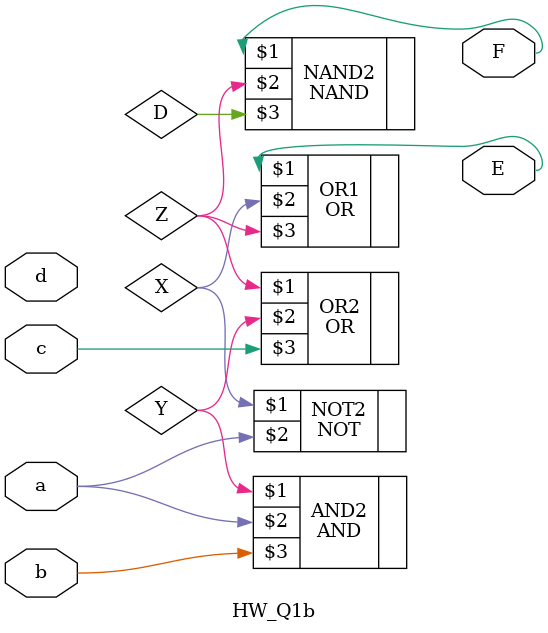
<source format=v>


module HW_Q1b(a,b,c,d,E,F);

    input wire a,b,c,d; //inputs a,b,c,d
    output wire E,F; // outputs E,F

    wire X,Y,Z; // internal nets XYZ

    NOT NOT2(X, a); // inverse a goes into X
    AND AND2(Y, a, b); // Y is a and b
    OR OR2(Z, Y, c); // Z is Y or c
    OR OR1(E, X, Z); // outputE is X or Z
    NAND NAND2(F, Z, D); // output F is Z or D

endmodule
</source>
